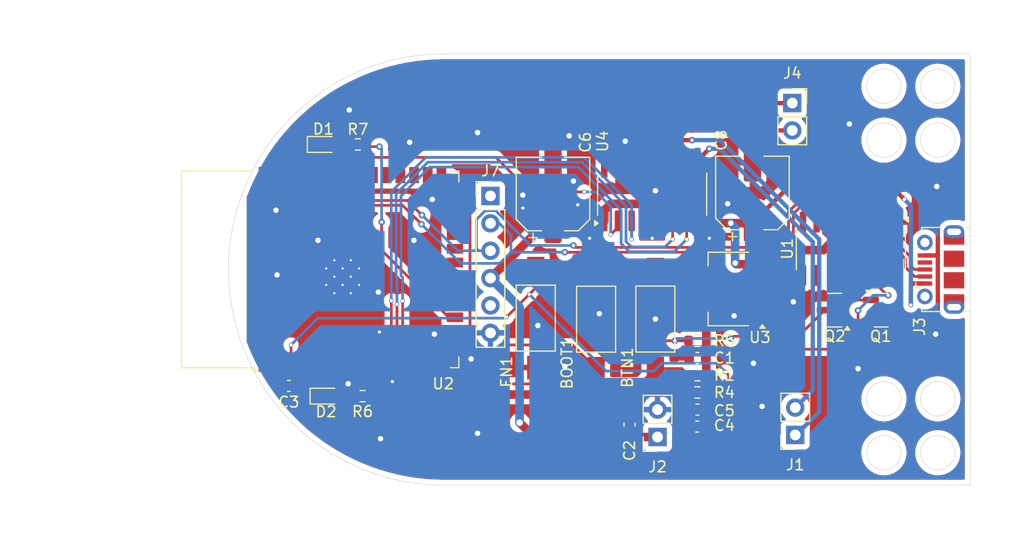
<source format=kicad_pcb>
(kicad_pcb (version 20240108) (generator "pcbnew") (generator_version "8.0")
  (layers (0 "F.Cu" signal) (31 "B.Cu" signal) (34 "B.Paste" user) (35 "F.Paste" user) (36 "B.SilkS" user "B.Silkscreen") (37 "F.SilkS" user "F.Silkscreen") (38 "B.Mask" user) (39 "F.Mask" user) (44 "Edge.Cuts" user))
  (net 0 "")
  (net 1 "GND")
  (net 2 "ESP32_IO0")
  (net 3 "BTN1")
  (net 4 "+3V3")
  (net 5 "+5V")
  (net 6 "ESP32_EN")
  (net 7 "Net-(D1-A)")
  (net 8 "Net-(D2-A)")
  (net 9 "Net-(J1-Pin_1)")
  (net 10 "Net-(J1-Pin_2)")
  (net 12 "D+")
  (net 13 "D-")
  (net 15 "Net-(J4-Pin_1)")
  (net 16 "Net-(J4-Pin_2)")
  (net 17 "Net-(Q1-G)")
  (net 18 "Net-(Q1-S)")
  (net 19 "Net-(U2-IO12)")
  (net 20 "Net-(U2-IO13)")
  (net 27 "RX-PROG")
  (net 29 "TX-PROG")
  (net 35 "DIN")
  (net 40 "SCL")
  (net 42 "BTN2")
  (net 47 "BTN3")
  (net 50 "SDA")
  (net 53 "MTR_L_2")
  (net 54 "MTR_L_1")
  (net 55 "MTR_R_1")
  (net 56 "MTR_R_2")
  (footprint "Button_Switch_SMD:SW_SPST_FSMSM" (layer "F.Cu") (at 175.8 89.6 90)
    (property "Reference" "BTN1")
    (property "Value" "SW_Push")
  )
  (footprint "Package_SO:SOIC-16_3.9x9.9mm_P1.27mm" (layer "F.Cu") (at 175.5 78.01 90)
    (property "Reference" "U4")
    (property "Value" "MX1508")
  )
  (footprint "Connector_PinSocket_2.54mm:PinSocket_1x02_P2.54mm_Vertical" (layer "F.Cu") (at 188.775 100.35 180)
    (property "Reference" "J1")
    (property "Value" "Conn_01x02")
  )
  (footprint "Connector_PinSocket_2.54mm:PinSocket_1x02_P2.54mm_Vertical" (layer "F.Cu") (at 188.5 69.56)
    (property "Reference" "J4")
    (property "Value" "Conn_01x02")
  )
  (footprint "Resistor_SMD:R_0603_1608Metric" (layer "F.Cu") (at 179.7 94.81 180)
    (property "Reference" "R1")
    (property "Value" "R_Small")
  )
  (footprint "Package_TO_SOT_SMD:SOT-223-3_TabPin2" (layer "F.Cu") (at 182.6 86.81 180)
    (property "Reference" "U3")
    (property "Value" "AMS1117-3.3")
  )
  (footprint "Package_TO_SOT_SMD:SOT-23" (layer "F.Cu") (at 196.735 88.775)
    (property "Reference" "Q1")
    (property "Value" "BSS138")
  )
  (footprint "Capacitor_SMD:C_0603_1608Metric" (layer "F.Cu") (at 179.7 93.21 180)
    (property "Reference" "C1")
    (property "Value" "C")
  )
  (footprint "Capacitor_SMD:C_0603_1608Metric" (layer "F.Cu") (at 179.680663 99.572375)
    (property "Reference" "C4")
    (property "Value" "C")
  )
  (footprint "Resistor_SMD:R_0603_1608Metric" (layer "F.Cu") (at 179.7 96.41)
    (property "Reference" "R4")
    (property "Value" "R_Small")
  )
  (footprint "Capacitor_SMD:C_0603_1608Metric" (layer "F.Cu") (at 141.8 95.8)
    (property "Reference" "C3")
    (property "Value" "C")
  )
  (footprint "Capacitor_SMD:CP_Elec_6.3x4.9" (layer "F.Cu") (at 184.8 77.9 90)
    (property "Reference" "C8")
    (property "Value" "C_Polarized_Small")
  )
  (footprint "Capacitor_SMD:C_0603_1608Metric" (layer "F.Cu") (at 173.4 99.4 90)
    (property "Reference" "C2")
    (property "Value" "C")
  )
  (footprint "LED_SMD:LED_0603_1608Metric" (layer "F.Cu") (at 145 73.4)
    (property "Reference" "D1")
    (property "Value" "LED")
  )
  (footprint "Resistor_SMD:R_0603_1608Metric" (layer "F.Cu") (at 148.6375 96.75 180)
    (property "Reference" "R6")
    (property "Value" "R_Small")
  )
  (footprint "Button_Switch_SMD:SW_SPST_FSMSM" (layer "F.Cu") (at 164.7 89.51 90)
    (property "Reference" "EN1")
    (property "Value" "SW_Push")
  )
  (footprint "Connector_PinHeader_2.54mm:PinHeader_1x06_P2.54mm_Vertical" (layer "F.Cu") (at 160.5 78.18)
    (property "Reference" "J7")
    (property "Value" "Conn_01x06")
  )
  (footprint "Connector_USB:USB_Micro-B_Molex-105017-0001" (layer "F.Cu") (at 202.2625 85 90)
    (property "Reference" "J3")
    (property "Value" "USB_B_Micro")
  )
  (footprint "LED_SMD:LED_0603_1608Metric" (layer "F.Cu") (at 145.25 96.75)
    (property "Reference" "D2")
    (property "Value" "LED")
  )
  (footprint "Capacitor_SMD:C_0603_1608Metric" (layer "F.Cu") (at 179.7 98 180)
    (property "Reference" "C5")
    (property "Value" "C")
  )
  (footprint "Package_TO_SOT_SMD:SOT-23" (layer "F.Cu") (at 192.435 88.775 180)
    (property "Reference" "Q2")
    (property "Value" "BSS138")
  )
  (footprint "Button_Switch_SMD:SW_SPST_FSMSM" (layer "F.Cu") (at 170.3 89.61 90)
    (property "Reference" "BOOT1")
    (property "Value" "SW_Push")
  )
  (footprint "Resistor_SMD:R_0603_1608Metric" (layer "F.Cu") (at 179.7 91.61 180)
    (property "Reference" "R5")
    (property "Value" "R_Small")
  )
  (footprint "Capacitor_SMD:CP_Elec_6.3x4.9" (layer "F.Cu") (at 166.3 78 90)
    (property "Reference" "C6")
    (property "Value" "C_Polarized_Small")
  )
  (footprint "Package_SO:SOIC-16_3.9x9.9mm_P1.27mm" (layer "F.Cu") (at 193.935 83.075 -90)
    (property "Reference" "U1")
    (property "Value" "CH340C")
  )
  (footprint "Connector_PinSocket_2.54mm:PinSocket_1x02_P2.54mm_Vertical" (layer "F.Cu") (at 176 100.54 180)
    (property "Reference" "J2")
    (property "Value" "Conn_01x02")
  )
  (footprint "RF_Module:ESP32-WROOM-32" (layer "F.Cu") (at 147.69 84.99 90)
    (property "Reference" "U2")
    (property "Value" "ESP32-WROOM-32")
  )
  (footprint "Resistor_SMD:R_0603_1608Metric" (layer "F.Cu") (at 148.2 73.4 180)
    (property "Reference" "R7")
    (property "Value" "R_Small")
  )
  (gr_line (start 205 105) (end 156.2 105) (stroke (width 0.05)) (layer "Edge.Cuts"))
  (gr_arc (start 156.2 105) (mid 136.2 85) (end 156.2 65) (stroke (width 0.05)) (layer "Edge.Cuts"))
  (gr_line (start 205 65) (end 205 105) (stroke (width 0.05)) (layer "Edge.Cuts"))
  (gr_circle (center 197 68) (end 198.6 68) (stroke (width 0.05)) (fill none) (layer "Edge.Cuts"))
  (gr_circle (center 202 73) (end 203.6 73) (stroke (width 0.05)) (fill none) (layer "Edge.Cuts"))
  (gr_circle (center 202 102) (end 203.6 102) (stroke (width 0.05)) (fill none) (layer "Edge.Cuts"))
  (gr_circle (center 197 73) (end 198.6 73) (stroke (width 0.05)) (fill none) (layer "Edge.Cuts"))
  (gr_circle (center 197 102) (end 198.6 102) (stroke (width 0.05)) (fill none) (layer "Edge.Cuts"))
  (gr_circle (center 202 97) (end 203.6 97) (stroke (width 0.05)) (fill none) (layer "Edge.Cuts"))
  (gr_line (start 156.2 65) (end 205 65) (stroke (width 0.05)) (layer "Edge.Cuts"))
  (gr_circle (center 202 68) (end 203.6 68) (stroke (width 0.05)) (fill none) (layer "Edge.Cuts"))
  (gr_circle (center 197 97) (end 198.6 97) (stroke (width 0.05)) (fill none) (layer "Edge.Cuts"))
  (segment (start 202 83.6) (end 202 80) (width 0.4) (layer "F.Cu") (net 1))
  (segment (start 201.9 83.7) (end 202 83.6) (width 0.4) (layer "F.Cu") (net 1))
  (segment (start 178.925 98) (end 178.925 98.041712) (width 0.25) (layer "F.Cu") (net 1))
  (segment (start 178.925 98.041712) (end 180.455663 99.572375) (width 0.25) (layer "F.Cu") (net 1))
  (segment (start 202 83.6) (end 202 89.2) (width 0.4) (layer "F.Cu") (net 1))
  (segment (start 200.8 83.7) (end 201.9 83.7) (width 0.4) (layer "F.Cu") (net 1))
  (via (at 153 73.2) (size 0.6) (drill 0.5) (layers "F.Cu" "B.Cu") (net 1))
  (via (at 175.8 89.6) (size 0.6) (drill 0.5) (layers "F.Cu" "B.Cu") (net 1))
  (via (at 170.6 89.1) (size 0.6) (drill 0.5) (layers "F.Cu" "B.Cu") (net 1))
  (via (at 167.8 72.6) (size 0.6) (drill 0.5) (layers "F.Cu" "B.Cu") (net 1))
  (via (at 140.7 85.5) (size 0.6) (drill 0.5) (layers "F.Cu" "B.Cu") (net 1))
  (via (at 158.7 93.3) (size 0.6) (drill 0.5) (layers "F.Cu" "B.Cu") (net 1))
  (via (at 193.8 71.5) (size 0.6) (drill 0.5) (layers "F.Cu" "B.Cu") (net 1))
  (via (at 144.5 82.3) (size 0.6) (drill 0.5) (layers "F.Cu" "B.Cu") (net 1))
  (via (at 159.3 72.3) (size 0.6) (drill 0.5) (layers "F.Cu" "B.Cu") (net 1))
  (via (at 150.2 90.8) (size 0.4) (drill 0.3) (layers "F.Cu" "B.Cu") (net 1))
  (via (at 173 73.1) (size 0.6) (drill 0.5) (layers "F.Cu" "B.Cu") (net 1))
  (via (at 183.1 89.3) (size 0.6) (drill 0.5) (layers "F.Cu" "B.Cu") (net 1))
  (via (at 182.5 78.9) (size 0.6) (drill 0.5) (layers "F.Cu" "B.Cu") (net 1))
  (via (at 147.4 70.2) (size 0.6) (drill 0.5) (layers "F.Cu" "B.Cu") (net 1))
  (via (at 167.4 94) (size 0.6) (drill 0.5) (layers "F.Cu" "B.Cu") (net 1))
  (via (at 175.8 77.7) (size 0.6) (drill 0.5) (layers "F.Cu" "B.Cu") (net 1))
  (via (at 150.3 100.7) (size 0.6) (drill 0.5) (layers "F.Cu" "B.Cu") (net 1))
  (via (at 151.4 95.4) (size 0.4) (drill 0.3) (layers "F.Cu" "B.Cu") (net 1))
  (via (at 169.7 82.1) (size 0.4) (drill 0.3) (layers "F.Cu" "B.Cu") (net 1))
  (via (at 188.6 88) (size 0.6) (drill 0.5) (layers "F.Cu" "B.Cu") (net 1))
  (via (at 155.3 91) (size 0.6) (drill 0.5) (layers "F.Cu" "B.Cu") (net 1))
  (via (at 159.3 100.2) (size 0.6) (drill 0.5) (layers "F.Cu" "B.Cu") (net 1))
  (via (at 155.1 78.5) (size 0.6) (drill 0.5) (layers "F.Cu" "B.Cu") (net 1))
  (via (at 184.9 93.7) (size 0.6) (drill 0.5) (layers "F.Cu" "B.Cu") (net 1))
  (via (at 163.5 78.1) (size 0.6) (drill 0.5) (layers "F.Cu" "B.Cu") (net 1))
  (via (at 185.7 97.7) (size 0.6) (drill 0.5) (layers "F.Cu" "B.Cu") (net 1))
  (via (at 153.4 82.3) (size 0.6) (drill 0.5) (layers "F.Cu" "B.Cu") (net 1))
  (via (at 140.6 79.5) (size 0.6) (drill 0.5) (layers "F.Cu" "B.Cu") (net 1))
  (via (at 194.6 94.2) (size 0.6) (drill 0.5) (layers "F.Cu" "B.Cu") (net 1))
  (via (at 173.6 93.8) (size 0.6) (drill 0.3) (layers "F.Cu" "B.Cu") (net 1))
  (via (at 201.9 77.3) (size 0.6) (drill 0.5) (layers "F.Cu" "B.Cu") (net 1))
  (via (at 168.2 76.8) (size 0.6) (drill 0.5) (layers "F.Cu" "B.Cu") (net 1))
  (via (at 164.9 90.2) (size 0.6) (drill 0.5) (layers "F.Cu" "B.Cu") (net 1))
  (via (at 147.3 95.6) (size 0.6) (drill 0.5) (layers "F.Cu" "B.Cu") (net 1))
  (via (at 168.6 79) (size 0.4) (drill 0.3) (layers "F.Cu" "B.Cu") (net 1))
  (via (at 180.8 82.1) (size 0.4) (drill 0.3) (layers "F.Cu" "B.Cu") (net 1))
  (via (at 150.1 87.1) (size 0.6) (drill 0.5) (layers "F.Cu" "B.Cu") (net 1))
  (via (at 163.5 79.3) (size 0.4) (drill 0.3) (layers "F.Cu" "B.Cu") (net 1))
  (via (at 201.8 91) (size 0.6) (drill 0.5) (layers "F.Cu" "B.Cu") (net 1))
  (via (at 175.5 82.1) (size 0.4) (drill 0.3) (layers "F.Cu" "B.Cu") (net 1))
  (segment (start 157.8 76.8) (end 157.4 76.8) (width 0.25) (layer "F.Cu") (net 2))
  (segment (start 158.6 91.4) (end 158.6 77.6) (width 0.25) (layer "F.Cu") (net 2))
  (segment (start 156.84 76.24) (end 155.95 76.24) (width 0.25) (layer "F.Cu") (net 2))
  (segment (start 191.4975 88.775) (end 189.8725 90.4) (width 0.25) (layer "F.Cu") (net 2))
  (segment (start 159.8 92.6) (end 158.6 91.4) (width 0.25) (layer "F.Cu") (net 2))
  (segment (start 170.3 94.2) (end 168.1 92) (width 0.25) (layer "F.Cu") (net 2))
  (segment (start 161.4 92) (end 160.8 92.6) (width 0.25) (layer "F.Cu") (net 2))
  (segment (start 158.6 77.6) (end 157.8 76.8) (width 0.25) (layer "F.Cu") (net 2))
  (segment (start 189.8725 90.4) (end 189.0725 91.2) (width 0.25) (layer "F.Cu") (net 2))
  (segment (start 184 91.2) (end 183 91.2) (width 0.25) (layer "F.Cu") (net 2))
  (segment (start 157.4 76.8) (end 156.84 76.24) (width 0.25) (layer "F.Cu") (net 2))
  (segment (start 172.89 91.61) (end 170.3 94.2) (width 0.25) (layer "F.Cu") (net 2))
  (segment (start 178.875 91.61) (end 177.6 91.61) (width 0.25) (layer "F.Cu") (net 2))
  (segment (start 168.1 92) (end 161.4 92) (width 0.25) (layer "F.Cu") (net 2))
  (segment (start 177.6 91.61) (end 172.89 91.61) (width 0.25) (layer "F.Cu") (net 2))
  (segment (start 183 91.2) (end 182.8 91.4) (width 0.25) (layer "F.Cu") (net 2))
  (segment (start 160.8 92.6) (end 159.8 92.6) (width 0.25) (layer "F.Cu") (net 2))
  (segment (start 189.0725 91.2) (end 184 91.2) (width 0.25) (layer "F.Cu") (net 2))
  (via (at 182.8 91.4) (size 0.6) (drill 0.3) (layers "F.Cu" "B.Cu") (net 2))
  (via (at 177.6 91.61) (size 0.6) (drill 0.3) (layers "F.Cu" "B.Cu") (net 2))
  (segment (start 182.8 91.4) (end 177.81 91.4) (width 0.25) (layer "B.Cu") (net 2))
  (segment (start 177.81 91.4) (end 177.6 91.61) (width 0.25) (layer "B.Cu") (net 2))
  (segment (start 158.015 95.615) (end 156.8 94.4) (width 0.25) (layer "F.Cu") (net 3))
  (segment (start 156.46 92.4) (end 155.2 92.4) (width 0.25) (layer "F.Cu") (net 3))
  (segment (start 156.8 92.74) (end 156.46 92.4) (width 0.25) (layer "F.Cu") (net 3))
  (segment (start 175.8 94.19) (end 174.375 95.615) (width 0.25) (layer "F.Cu") (net 3))
  (segment (start 155.2 92.4) (end 154.68 92.92) (width 0.25) (layer "F.Cu") (net 3))
  (segment (start 156.8 94.4) (end 156.8 92.74) (width 0.25) (layer "F.Cu") (net 3))
  (segment (start 175.8 94.19) (end 178.255 94.19) (width 0.25) (layer "F.Cu") (net 3))
  (segment (start 178.255 94.19) (end 178.875 94.81) (width 0.25) (layer "F.Cu") (net 3))
  (segment (start 154.68 92.92) (end 154.68 93.74) (width 0.25) (layer "F.Cu") (net 3))
  (segment (start 174.375 95.615) (end 158.015 95.615) (width 0.25) (layer "F.Cu") (net 3))
  (segment (start 141.025 95.8) (end 141.025 96.593118) (width 0.8) (layer "F.Cu") (net 4))
  (segment (start 175.01 96.41) (end 177.8 96.41) (width 0.8) (layer "F.Cu") (net 4))
  (segment (start 178.905663 99.572375) (end 178.455663 99.572375) (width 0.8) (layer "F.Cu") (net 4))
  (segment (start 153.715305 98) (end 155.115305 96.6) (width 0.8) (layer "F.Cu") (net 4))
  (segment (start 180.525 91.61) (end 180.525 87.885) (width 0.8) (layer "F.Cu") (net 4))
  (segment (start 194.57 79.625001) (end 194.57 80.6) (width 0.25) (layer "F.Cu") (net 4))
  (segment (start 185.828858 86.81) (end 189.438858 83.2) (width 0.8) (layer "F.Cu") (net 4))
  (segment (start 180.525 91.61) (end 180.525 93.16) (width 0.8) (layer "F.Cu") (net 4))
  (segment (start 175 96.4) (end 175.01 96.41) (width 0.8) (layer "F.Cu") (net 4))
  (segment (start 140.71 95.485) (end 140.71 93.74) (width 0.8) (layer "F.Cu") (net 4))
  (segment (start 177.8 96.41) (end 178.875 96.41) (width 0.8) (layer "F.Cu") (net 4))
  (segment (start 185.75 86.81) (end 185.828858 86.81) (width 0.8) (layer "F.Cu") (net 4))
  (segment (start 141.025 96.593118) (end 142.431882 98) (width 0.8) (layer "F.Cu") (net 4))
  (segment (start 178.455663 99.572375) (end 177.8 98.916712) (width 0.8) (layer "F.Cu") (net 4))
  (segment (start 177.8 98.916712) (end 177.8 96.41) (width 0.8) (layer "F.Cu") (net 4))
  (segment (start 191.679092 79.3) (end 194.244999 79.3) (width 0.25) (layer "F.Cu") (net 4))
  (segment (start 180.525 93.16) (end 180.475 93.21) (width 0.8) (layer "F.Cu") (net 4))
  (segment (start 180.513088 94.81) (end 180.525 94.81) (width 0.8) (layer "F.Cu") (net 4))
  (segment (start 180.525 93.26) (end 180.475 93.21) (width 0.8) (layer "F.Cu") (net 4))
  (segment (start 189.438858 83.2) (end 191.4 83.2) (width 0.8) (layer "F.Cu") (net 4))
  (segment (start 191.4 81.620908) (end 191.4 79.579092) (width 0.25) (layer "F.Cu") (net 4))
  (segment (start 178.913088 96.41) (end 180.513088 94.81) (width 0.8) (layer "F.Cu") (net 4))
  (segment (start 198.38 85.55) (end 198.38 84.38) (width 0.25) (layer "F.Cu") (net 4))
  (segment (start 180.525 94.81) (end 180.525 93.26) (width 0.8) (layer "F.Cu") (net 4))
  (segment (start 155.115305 96.6) (end 174.8 96.6) (width 0.8) (layer "F.Cu") (net 4))
  (segment (start 174.8 96.6) (end 175 96.4) (width 0.8) (layer "F.Cu") (net 4))
  (segment (start 194.244999 79.3) (end 194.57 79.625001) (width 0.25) (layer "F.Cu") (net 4))
  (segment (start 142.431882 98) (end 153.715305 98) (width 0.8) (layer "F.Cu") (net 4))
  (segment (start 191.4 79.579092) (end 191.679092 79.3) (width 0.25) (layer "F.Cu") (net 4))
  (segment (start 198.38 84.38) (end 197.6 83.6) (width 0.25) (layer "F.Cu") (net 4))
  (segment (start 191.4 83.2) (end 192.014849 82.585151) (width 0.8) (layer "F.Cu") (net 4))
  (segment (start 178.875 96.41) (end 178.913088 96.41) (width 0.8) (layer "F.Cu") (net 4))
  (segment (start 141.025 95.8) (end 140.71 95.485) (width 0.8) (layer "F.Cu") (net 4))
  (segment (start 180.525 87.885) (end 179.45 86.81) (width 0.8) (layer "F.Cu") (net 4))
  (segment (start 193.379092 83.6) (end 191.4 81.620908) (width 0.25) (layer "F.Cu") (net 4))
  (segment (start 185.75 86.81) (end 179.45 86.81) (width 0.8) (layer "F.Cu") (net 4))
  (segment (start 197.6 83.6) (end 193.379092 83.6) (width 0.25) (layer "F.Cu") (net 4))
  (segment (start 176.135 79.715184) (end 176.940184 78.91) (width 0.8) (layer "F.Cu") (net 5))
  (segment (start 174.51 78.91) (end 174.865 79.265) (width 0.8) (layer "F.Cu") (net 5))
  (segment (start 173.765 100.54) (end 173.4 100.175) (width 0.8) (layer "F.Cu") (net 5))
  (segment (start 171.655001 78.91) (end 174.51 78.91) (width 0.8) (layer "F.Cu") (net 5))
  (segment (start 160.5 85.8) (end 165.5 80.8) (width 0.8) (layer "F.Cu") (net 5))
  (segment (start 180.16 80.7) (end 179.945 80.485) (width 0.8) (layer "F.Cu") (net 5))
  (segment (start 187.7 77.8) (end 184.8 80.7) (width 0.4) (layer "F.Cu") (net 5))
  (segment (start 199.5 86.5) (end 199.5 88.3) (width 0.4) (layer "F.Cu") (net 5))
  (segment (start 164.175 100.175) (end 163.2 99.2) (width 0.8) (layer "F.Cu") (net 5))
  (segment (start 174.865 80.485) (end 176.135 80.485) (width 0.8) (layer "F.Cu") (net 5))
  (segment (start 198.9 78.5) (end 198.2 77.8) (width 0.4) (layer "F.Cu") (net 5))
  (segment (start 200.8 86.3) (end 199.775 86.3) (width 0.4) (layer "F.Cu") (net 5))
  (segment (start 170.74 80.8) (end 171.055 80.485) (width 0.8) (layer "F.Cu") (net 5))
  (segment (start 171.055 80.485) (end 171.055 79.510001) (width 0.8) (layer "F.Cu") (net 5))
  (segment (start 165.5 80.8) (end 166.3 80.8) (width 0.8) (layer "F.Cu") (net 5))
  (segment (start 184.8 80.7) (end 182.8 80.7) (width 0.8) (layer "F.Cu") (net 5))
  (segment (start 176 100.54) (end 173.765 100.54) (width 0.8) (layer "F.Cu") (net 5))
  (segment (start 173.4 100.175) (end 164.175 100.175) (width 0.8) (layer "F.Cu") (net 5))
  (segment (start 185.75 84.51) (end 183.31 84.51) (width 0.8) (layer "F.Cu") (net 5))
  (segment (start 182.8 80.7) (end 180.16 80.7) (width 0.8) (layer "F.Cu") (net 5))
  (segment (start 176.940184 78.91) (end 179.51 78.91) (width 0.8) (layer "F.Cu") (net 5))
  (segment (start 199.775 86.3) (end 199.7 86.3) (width 0.4) (layer "F.Cu") (net 5))
  (segment (start 183.31 84.51) (end 183.2 84.4) (width 0.8) (layer "F.Cu") (net 5))
  (segment (start 171.055 79.510001) (end 171.655001 78.91) (width 0.8) (layer "F.Cu") (net 5))
  (segment (start 179.51 78.91) (end 179.945 79.345) (width 0.8) (layer "F.Cu") (net 5))
  (segment (start 174.865 79.265) (end 174.865 80.485) (width 0.8) (layer "F.Cu") (net 5))
  (segment (start 176.135 80.485) (end 176.135 79.715184) (width 0.8) (layer "F.Cu") (net 5))
  (segment (start 198.2 77.8) (end 187.7 77.8) (width 0.4) (layer "F.Cu") (net 5))
  (segment (start 166.3 80.8) (end 170.74 80.8) (width 0.8) (layer "F.Cu") (net 5))
  (segment (start 199.7 86.3) (end 199.5 86.5) (width 0.4) (layer "F.Cu") (net 5))
  (segment (start 179.945 79.345) (end 179.945 80.485) (width 0.8) (layer "F.Cu") (net 5))
  (via (at 198.9 78.5) (size 0.4) (drill 0.3) (layers "F.Cu" "B.Cu") (net 5))
  (via (at 163.2 99.2) (size 0.8) (drill 0.6) (layers "F.Cu" "B.Cu") (net 5))
  (via (at 183.2 84.4) (size 0.6) (drill 0.5) (layers "F.Cu" "B.Cu") (net 5))
  (via (at 199.5 88.3) (size 0.4) (drill 0.3) (layers "F.Cu" "B.Cu") (net 5))
  (via (at 182.8 80.7) (size 0.6) (drill 0.5) (layers "F.Cu" "B.Cu") (net 5))
  (segment (start 163.2 88.5) (end 160.5 85.8) (width 0.8) (layer "B.Cu") (net 5))
  (segment (start 199.5 79.1) (end 199.5 88.3) (width 0.4) (layer "B.Cu") (net 5))
  (segment (start 183.2 81.1) (end 182.8 80.7) (width 0.8) (layer "B.Cu") (net 5))
  (segment (start 198.9 78.5) (end 199.5 79.1) (width 0.4) (layer "B.Cu") (net 5))
  (segment (start 163.2 99.2) (end 163.2 88.5) (width 0.8) (layer "B.Cu") (net 5))
  (segment (start 183.2 84.4) (end 183.2 81.1) (width 0.8) (layer "B.Cu") (net 5))
  (segment (start 142 93.72) (end 141.98 93.74) (width 0.25) (layer "F.Cu") (net 6))
  (segment (start 182.6 96.41) (end 182.6 94.8) (width 0.25) (layer "F.Cu") (net 6))
  (segment (start 182.6 96.41) (end 184.79 96.41) (width 0.25) (layer "F.Cu") (net 6))
  (segment (start 180.475 96.46) (end 180.525 96.41) (width 0.25) (layer "F.Cu") (net 6))
  (segment (start 182.6 94.8) (end 182.3 94.5) (width 0.25) (layer "F.Cu") (net 6))
  (segment (start 164.1 87.3) (end 162 89.4) (width 0.25) (layer "F.Cu") (net 6))
  (segment (start 184.79 96.41) (end 188.8 92.4) (width 0.25) (layer "F.Cu") (net 6))
  (segment (start 180.525 96.41) (end 182.6 96.41) (width 0.25) (layer "F.Cu") (net 6))
  (segment (start 164.7 86.7) (end 164.1 87.3) (width 0.25) (layer "F.Cu") (net 6))
  (segment (start 180.475 98) (end 180.475 96.46) (width 0.25) (layer "F.Cu") (net 6))
  (segment (start 197.6725 91.3275) (end 197.6725 88.775) (width 0.25) (layer "F.Cu") (net 6))
  (segment (start 196.6 92.4) (end 197.6725 91.3275) (width 0.25) (layer "F.Cu") (net 6))
  (segment (start 164.7 84.92) (end 164.7 86.7) (width 0.25) (layer "F.Cu") (net 6))
  (segment (start 142 92) (end 142 93.72) (width 0.25) (layer "F.Cu") (net 6))
  (segment (start 188.8 92.4) (end 196.6 92.4) (width 0.25) (layer "F.Cu") (net 6))
  (via (at 182.3 94.5) (size 0.4) (drill 0.3) (layers "F.Cu" "B.Cu") (net 6))
  (via (at 162 89.4) (size 0.4) (drill 0.3) (layers "F.Cu" "B.Cu") (net 6))
  (via (at 142 92) (size 0.4) (drill 0.3) (layers "F.Cu" "B.Cu") (net 6))
  (via (at 164.1 87.3) (size 0.4) (drill 0.3) (layers "F.Cu" "B.Cu") (net 6))
  (segment (start 144.485 89.515) (end 142 92) (width 0.25) (layer "B.Cu") (net 6))
  (segment (start 175.675 94.425) (end 171.225 94.425) (width 0.25) (layer "B.Cu") (net 6))
  (segment (start 161.885 89.515) (end 144.485 89.515) (width 0.25) (layer "B.Cu") (net 6))
  (segment (start 162 89.4) (end 161.885 89.515) (width 0.25) (layer "B.Cu") (net 6))
  (segment (start 181.5 93.7) (end 176.4 93.7) (width 0.25) (layer "B.Cu") (net 6))
  (segment (start 176.4 93.7) (end 175.675 94.425) (width 0.25) (layer "B.Cu") (net 6))
  (segment (start 171.225 94.425) (end 164.1 87.3) (width 0.25) (layer "B.Cu") (net 6))
  (segment (start 182.3 94.5) (end 181.5 93.7) (width 0.25) (layer "B.Cu") (net 6))
  (segment (start 147.375 73.4) (end 145.7875 73.4) (width 0.25) (layer "F.Cu") (net 7))
  (segment (start 176.135 74.560001) (end 177.695001 73) (width 0.4) (layer "F.Cu") (net 9))
  (segment (start 177.695001 73) (end 179.2 73) (width 0.4) (layer "F.Cu") (net 9))
  (segment (start 176.135 75.535) (end 176.135 74.560001) (width 0.4) (layer "F.Cu") (net 9))
  (via (at 179.2 73) (size 0.6) (drill 0.3) (layers "F.Cu" "B.Cu") (net 9))
  (segment (start 191 82.2) (end 191 98.2) (width 0.4) (layer "B.Cu") (net 9))
  (segment (start 181.8 73) (end 191 82.2) (width 0.4) (layer "B.Cu") (net 9))
  (segment (start 179.2 73) (end 181.8 73) (width 0.4) (layer "B.Cu") (net 9))
  (segment (start 188.85 100.35) (end 188.775 100.35) (width 0.4) (layer "B.Cu") (net 9))
  (segment (start 191 98.2) (end 188.85 100.35) (width 0.4) (layer "B.Cu") (net 9))
  (segment (start 179.945 75.535) (end 179.945 74.655) (width 0.4) (layer "F.Cu") (net 10))
  (segment (start 179.945 74.655) (end 180.8 73.8) (width 0.4) (layer "F.Cu") (net 10))
  (via (at 180.8 73.8) (size 0.6) (drill 0.3) (layers "F.Cu" "B.Cu") (net 10))
  (segment (start 190.4 96.185) (end 188.775 97.81) (width 0.4) (layer "B.Cu") (net 10))
  (segment (start 180.8 73.8) (end 181.751472 73.8) (width 0.4) (layer "B.Cu") (net 10))
  (segment (start 181.751472 73.8) (end 190.4 82.448528) (width 0.4) (layer "B.Cu") (net 10))
  (segment (start 190.4 82.448528) (end 190.4 96.185) (width 0.4) (layer "B.Cu") (net 10))
  (segment (start 193.3 81.574999) (end 193.3 80.6) (width 0.25) (layer "F.Cu") (net 12))
  (segment (start 199.836396 85) (end 199.455 84.618604) (width 0.25) (layer "F.Cu") (net 12))
  (segment (start 199.455 83.818604) (end 198.036396 82.4) (width 0.25) (layer "F.Cu") (net 12))
  (segment (start 194.125001 82.4) (end 193.3 81.574999) (width 0.25) (layer "F.Cu") (net 12))
  (segment (start 198.036396 82.4) (end 194.125001 82.4) (width 0.25) (layer "F.Cu") (net 12))
  (segment (start 200.8 85) (end 199.836396 85) (width 0.25) (layer "F.Cu") (net 12))
  (segment (start 199.455 84.618604) (end 199.455 83.818604) (width 0.25) (layer "F.Cu") (net 12))
  (segment (start 199 84) (end 197.85 82.85) (width 0.25) (layer "F.Cu") (net 13))
  (segment (start 199.005 84.805) (end 199.005 84.524092) (width 0.25) (layer "F.Cu") (net 13))
  (segment (start 199 84.519092) (end 199 84) (width 0.25) (layer "F.Cu") (net 13))
  (segment (start 199.85 85.65) (end 199.005 84.805) (width 0.25) (layer "F.Cu") (net 13))
  (segment (start 200.8 85.65) (end 199.85 85.65) (width 0.25) (layer "F.Cu") (net 13))
  (segment (start 199.005 84.524092) (end 199 84.519092) (width 0.25) (layer "F.Cu") (net 13))
  (segment (start 193.305001 82.85) (end 192.03 81.574999) (width 0.25) (layer "F.Cu") (net 13))
  (segment (start 192.03 81.574999) (end 192.03 80.6) (width 0.25) (layer "F.Cu") (net 13))
  (segment (start 197.85 82.85) (end 193.305001 82.85) (width 0.25) (layer "F.Cu") (net 13))
  (segment (start 173.64 69.56) (end 188.5 69.56) (width 0.4) (layer "F.Cu") (net 15))
  (segment (start 171.055 72.145) (end 173.64 69.56) (width 0.4) (layer "F.Cu") (net 15))
  (segment (start 171.055 75.535) (end 171.055 72.145) (width 0.4) (layer "F.Cu") (net 15))
  (segment (start 174.865 72.535) (end 175.3 72.1) (width 0.4) (layer "F.Cu") (net 16))
  (segment (start 175.3 72.1) (end 188.5 72.1) (width 0.4) (layer "F.Cu") (net 16))
  (segment (start 174.865 75.535) (end 174.865 72.535) (width 0.4) (layer "F.Cu") (net 16))
  (segment (start 193.3725 87.825) (end 194.6 87.825) (width 0.25) (layer "F.Cu") (net 17))
  (segment (start 194.6 87.825) (end 195.7975 87.825) (width 0.25) (layer "F.Cu") (net 17))
  (segment (start 194.57 87.795) (end 194.6 87.825) (width 0.25) (layer "F.Cu") (net 17))
  (segment (start 194.57 85.55) (end 194.57 87.795) (width 0.25) (layer "F.Cu") (net 17))
  (segment (start 195.7975 89.725) (end 194.6 89.725) (width 0.25) (layer "F.Cu") (net 18))
  (segment (start 194.6 89.725) (end 193.3725 89.725) (width 0.25) (layer "F.Cu") (net 18))
  (segment (start 195.84 85.930908) (end 195.84 85.55) (width 0.25) (layer "F.Cu") (net 18))
  (segment (start 197.309092 87.4) (end 195.84 85.930908) (width 0.25) (layer "F.Cu") (net 18))
  (segment (start 194.6 89.725) (end 194.6 88.8) (width 0.25) (layer "F.Cu") (net 18))
  (segment (start 197.4 87.4) (end 197.309092 87.4) (width 0.25) (layer "F.Cu") (net 18))
  (via (at 197.4 87.4) (size 0.6) (drill 0.3) (layers "F.Cu" "B.Cu") (net 18))
  (via (at 194.6 88.8) (size 0.6) (drill 0.3) (layers "F.Cu" "B.Cu") (net 18))
  (segment (start 194.6 88.8) (end 196 87.4) (width 0.25) (layer "B.Cu") (net 18))
  (segment (start 196 87.4) (end 197.4 87.4) (width 0.25) (layer "B.Cu") (net 18))
  (segment (start 155.95 94.74) (end 155.95 93.74) (width 0.25) (layer "F.Cu") (net 19))
  (segment (start 149.4625 96.75) (end 153.94 96.75) (width 0.25) (layer "F.Cu") (net 19))
  (segment (start 153.94 96.75) (end 155.95 94.74) (width 0.25) (layer "F.Cu") (net 19))
  (segment (start 150.4 83.21) (end 150.4 80.6) (width 0.25) (layer "F.Cu") (net 20))
  (segment (start 156.62 89.43) (end 150.4 83.21) (width 0.25) (layer "F.Cu") (net 20))
  (segment (start 157.2 89.43) (end 156.62 89.43) (width 0.25) (layer "F.Cu") (net 20))
  (segment (start 150.2 73.6) (end 149.225 73.6) (width 0.25) (layer "F.Cu") (net 20))
  (segment (start 149.225 73.6) (end 149.025 73.4) (width 0.25) (layer "F.Cu") (net 20))
  (via (at 150.2 73.6) (size 0.6) (drill 0.3) (layers "F.Cu" "B.Cu") (net 20))
  (via (at 150.4 80.6) (size 0.6) (drill 0.3) (layers "F.Cu" "B.Cu") (net 20))
  (segment (start 150.4 73.8) (end 150.2 73.6) (width 0.25) (layer "B.Cu") (net 20))
  (segment (start 150.4 80.6) (end 150.4 73.8) (width 0.25) (layer "B.Cu") (net 20))
  (segment (start 189.639092 78.8) (end 188.6 79.839092) (width 0.25) (layer "F.Cu") (net 27))
  (segment (start 195.84 80.6) (end 195.84 79.625001) (width 0.25) (layer "F.Cu") (net 27))
  (segment (start 152.35 79.05) (end 145.06 79.05) (width 0.25) (layer "F.Cu") (net 27))
  (segment (start 183 83.4) (end 167.4 83.4) (width 0.25) (layer "F.Cu") (net 27))
  (segment (start 145.06 79.05) (end 143.25 77.24) (width 0.25) (layer "F.Cu") (net 27))
  (segment (start 195.84 79.625001) (end 195.014999 78.8) (width 0.25) (layer "F.Cu") (net 27))
  (segment (start 154.1 80.8) (end 152.35 79.05) (width 0.25) (layer "F.Cu") (net 27))
  (segment (start 187.2 83.4) (end 183 83.4) (width 0.25) (layer "F.Cu") (net 27))
  (segment (start 193.6 78.8) (end 189.639092 78.8) (width 0.25) (layer "F.Cu") (net 27))
  (segment (start 188.6 79.839092) (end 188.6 82) (width 0.25) (layer "F.Cu") (net 27))
  (segment (start 195.014999 78.8) (end 193.6 78.8) (width 0.25) (layer "F.Cu") (net 27))
  (segment (start 188.6 82) (end 187.2 83.4) (width 0.25) (layer "F.Cu") (net 27))
  (segment (start 143.25 77.24) (end 143.25 76.24) (width 0.25) (layer "F.Cu") (net 27))
  (via (at 167.4 83.4) (size 0.6) (drill 0.3) (layers "F.Cu" "B.Cu") (net 27))
  (via (at 154.1 80.8) (size 0.6) (drill 0.3) (layers "F.Cu" "B.Cu") (net 27))
  (segment (start 157.735 84.435) (end 161.365 84.435) (width 0.25) (layer "B.Cu") (net 27))
  (segment (start 162.4 81.8) (end 161.32 80.72) (width 0.25) (layer "B.Cu") (net 27))
  (segment (start 161.32 80.72) (end 160.5 80.72) (width 0.25) (layer "B.Cu") (net 27))
  (segment (start 162.4 83.4) (end 162.4 81.8) (width 0.25) (layer "B.Cu") (net 27))
  (segment (start 161.365 84.435) (end 162.4 83.4) (width 0.25) (layer "B.Cu") (net 27))
  (segment (start 167.4 83.4) (end 162.4 83.4) (width 0.25) (layer "B.Cu") (net 27))
  (segment (start 154.1 80.8) (end 157.735 84.435) (width 0.25) (layer "B.Cu") (net 27))
  (segment (start 168.6 82.95) (end 168.375 82.95) (width 0.25) (layer "F.Cu") (net 29))
  (segment (start 154.141942 79.958058) (end 152.783884 78.6) (width 0.25) (layer "F.Cu") (net 29))
  (segment (start 187.181802 82.781802) (end 187.013604 82.95) (width 0.25) (layer "F.Cu") (net 29))
  (segment (start 194.4 78.325) (end 189.477696 78.325) (width 0.25) (layer "F.Cu") (net 29))
  (segment (start 184 82.95) (end 168.6 82.95) (width 0.25) (layer "F.Cu") (net 29))
  (segment (start 187.013604 82.95) (end 184 82.95) (width 0.25) (layer "F.Cu") (net 29))
  (segment (start 189.477696 78.325) (end 188.15 79.652696) (width 0.25) (layer "F.Cu") (net 29))
  (segment (start 197.11 79.625001) (end 195.809999 78.325) (width 0.25) (layer "F.Cu") (net 29))
  (segment (start 144.52 77.873604) (end 144.52 76.24) (width 0.25) (layer "F.Cu") (net 29))
  (segment (start 195.809999 78.325) (end 194.4 78.325) (width 0.25) (layer "F.Cu") (net 29))
  (segment (start 152.783884 78.6) (end 145.246396 78.6) (width 0.25) (layer "F.Cu") (net 29))
  (segment (start 168.375 82.95) (end 168.2 82.775) (width 0.25) (layer "F.Cu") (net 29))
  (segment (start 188.15 79.652696) (end 188.15 79.8) (width 0.25) (layer "F.Cu") (net 29))
  (segment (start 197.11 80.6) (end 197.11 79.625001) (width 0.25) (layer "F.Cu") (net 29))
  (segment (start 145.246396 78.6) (end 144.52 77.873604) (width 0.25) (layer "F.Cu") (net 29))
  (segment (start 188.15 81.813604) (end 187.181802 82.781802) (width 0.25) (layer "F.Cu") (net 29))
  (segment (start 188.15 79.8) (end 188.15 81.813604) (width 0.25) (layer "F.Cu") (net 29))
  (via (at 168.2 82.775) (size 0.6) (drill 0.3) (layers "F.Cu" "B.Cu") (net 29))
  (via (at 154.141942 79.958058) (size 0.6) (drill 0.3) (layers "F.Cu" "B.Cu") (net 29))
  (segment (start 154.141942 79.958058) (end 154.158058 79.958058) (width 0.25) (layer "B.Cu") (net 29))
  (segment (start 160.013299 79.545) (end 159.2 80.358299) (width 0.25) (layer "B.Cu") (net 29))
  (segment (start 157.46 83.26) (end 159.4 83.26) (width 0.25) (layer "B.Cu") (net 29))
  (segment (start 159.2 83.06) (end 159.4 83.26) (width 0.25) (layer "B.Cu") (net 29))
  (segment (start 160.986701 79.545) (end 160.013299 79.545) (width 0.25) (layer "B.Cu") (net 29))
  (segment (start 159.2 80.358299) (end 159.2 83.06) (width 0.25) (layer "B.Cu") (net 29))
  (segment (start 164.216701 82.775) (end 160.986701 79.545) (width 0.25) (layer "B.Cu") (net 29))
  (segment (start 168.2 82.775) (end 164.216701 82.775) (width 0.25) (layer "B.Cu") (net 29))
  (segment (start 154.158058 79.958058) (end 157.46 83.26) (width 0.25) (layer "B.Cu") (net 29))
  (segment (start 159.4 83.26) (end 160.5 83.26) (width 0.25) (layer "B.Cu") (net 29))
  (segment (start 173.6 80.49) (end 173.595 80.485) (width 0.25) (layer "F.Cu") (net 53))
  (segment (start 151.3 92.1) (end 150.87 92.53) (width 0.25) (layer "F.Cu") (net 53))
  (segment (start 173.6 82.2) (end 173.6 80.49) (width 0.25) (layer "F.Cu") (net 53))
  (segment (start 150.87 92.53) (end 150.87 93.74) (width 0.25) (layer "F.Cu") (net 53))
  (segment (start 151.3 87.9) (end 151.3 92.1) (width 0.25) (layer "F.Cu") (net 53))
  (via (at 151.3 87.9) (size 0.4) (drill 0.3) (layers "F.Cu" "B.Cu") (net 53))
  (via (at 173.6 82.2) (size 0.4) (drill 0.3) (layers "F.Cu" "B.Cu") (net 53))
  (segment (start 173.6 79) (end 173.6 82.2) (width 0.25) (layer "B.Cu") (net 53))
  (segment (start 154.5 74.6) (end 169.2 74.6) (width 0.25) (layer "B.Cu") (net 53))
  (segment (start 169.2 74.6) (end 173.6 79) (width 0.25) (layer "B.Cu") (net 53))
  (segment (start 151.3 77.8) (end 154.5 74.6) (width 0.25) (layer "B.Cu") (net 53))
  (segment (start 151.3 87.9) (end 151.3 77.8) (width 0.25) (layer "B.Cu") (net 53))
  (segment (start 161 74.6) (end 141.35 74.6) (width 0.25) (layer "F.Cu") (net 54))
  (segment (start 171.658058 81.758058) (end 172.325 81.091116) (width 0.25) (layer "F.Cu") (net 54))
  (segment (start 140.71 75.24) (end 140.71 76.24) (width 0.25) (layer "F.Cu") (net 54))
  (segment (start 141.35 74.6) (end 140.71 75.24) (width 0.25) (layer "F.Cu") (net 54))
  (segment (start 172.325 81.091116) (end 172.325 80.485) (width 0.25) (layer "F.Cu") (net 54))
  (segment (start 164.2 77.8) (end 161 74.6) (width 0.25) (layer "F.Cu") (net 54))
  (segment (start 169.2 77.8) (end 164.2 77.8) (width 0.25) (layer "F.Cu") (net 54))
  (via (at 171.658058 81.758058) (size 0.4) (drill 0.3) (layers "F.Cu" "B.Cu") (net 54))
  (via (at 169.2 77.8) (size 0.4) (drill 0.3) (layers "F.Cu" "B.Cu") (net 54))
  (segment (start 170.3 77.8) (end 171.658058 79.158058) (width 0.25) (layer "B.Cu") (net 54))
  (segment (start 169.2 77.8) (end 170.3 77.8) (width 0.25) (layer "B.Cu") (net 54))
  (segment (start 171.658058 79.158058) (end 171.658058 81.758058) (width 0.25) (layer "B.Cu") (net 54))
  (segment (start 177.4 82.2) (end 177.4 80.49) (width 0.25) (layer "F.Cu") (net 55))
  (segment (start 152.14 92.438859) (end 152.14 93.74) (width 0.25) (layer "F.Cu") (net 55))
  (segment (start 177.4 80.49) (end 177.405 80.485) (width 0.25) (layer "F.Cu") (net 55))
  (segment (start 151.825 92.123859) (end 152.14 92.438859) (width 0.25) (layer "F.Cu") (net 55))
  (segment (start 151.825 88.232821) (end 151.825 92.123859) (width 0.25) (layer "F.Cu") (net 55))
  (via (at 177.4 82.2) (size 0.4) (drill 0.3) (layers "F.Cu" "B.Cu") (net 55))
  (via (at 151.825 88.232821) (size 0.4) (drill 0.3) (layers "F.Cu" "B.Cu") (net 55))
  (segment (start 176.7 82.9) (end 173.557537 82.9) (width 0.25) (layer "B.Cu") (net 55))
  (segment (start 169.013604 75.05) (end 154.686396 75.05) (width 0.25) (layer "B.Cu") (net 55))
  (segment (start 173.075 82.417463) (end 173.075 79.111396) (width 0.25) (layer "B.Cu") (net 55))
  (segment (start 151.75 85.75) (end 151.825 85.825) (width 0.25) (layer "B.Cu") (net 55))
  (segment (start 154.686396 75.05) (end 151.75 77.986396) (width 0.25) (layer "B.Cu") (net 55))
  (segment (start 177.4 82.2) (end 176.7 82.9) (width 0.25) (layer "B.Cu") (net 55))
  (segment (start 151.75 77.986396) (end 151.75 85.75) (width 0.25) (layer "B.Cu") (net 55))
  (segment (start 173.557537 82.9) (end 173.075 82.417463) (width 0.25) (layer "B.Cu") (net 55))
  (segment (start 173.075 79.111396) (end 169.013604 75.05) (width 0.25) (layer "B.Cu") (net 55))
  (segment (start 151.825 85.825) (end 151.825 88.232821) (width 0.25) (layer "B.Cu") (net 55))
  (segment (start 153.41 92.71) (end 153.41 93.073884) (width 0.25) (layer "F.Cu") (net 56))
  (segment (start 178.7 82.2) (end 178.7 80.51) (width 0.25) (layer "F.Cu") (net 56))
  (segment (start 152.35 91.65) (end 153.41 92.71) (width 0.25) (layer "F.Cu") (net 56))
  (segment (start 152.35 87.916341) (end 152.35 91.65) (width 0.25) (layer "F.Cu") (net 56))
  (segment (start 178.7 80.51) (end 178.675 80.485) (width 0.25) (layer "F.Cu") (net 56))
  (via (at 152.35 87.916341) (size 0.4) (drill 0.3) (layers "F.Cu" "B.Cu") (net 56))
  (via (at 178.7 82.2) (size 0.4) (drill 0.3) (layers "F.Cu" "B.Cu") (net 56))
  (segment (start 152.2 85.563604) (end 152.35 85.713604) (width 0.25) (layer "B.Cu") (net 56))
  (segment (start 172.625 82.603859) (end 172.625 79.488604) (width 0.25) (layer "B.Cu") (net 56))
  (segment (start 152.2 78.172792) (end 152.2 85.563604) (width 0.25) (layer "B.Cu") (net 56))
  (segment (start 177.55 83.35) (end 173.371141 83.35) (width 0.25) (layer "B.Cu") (net 56))
  (segment (start 172.625 79.488604) (end 168.636396 75.5) (width 0.25) (layer "B.Cu") (net 56))
  (segment (start 152.35 85.713604) (end 152.35 87.916341) (width 0.25) (layer "B.Cu") (net 56))
  (segment (start 168.636396 75.5) (end 154.872792 75.5) (width 0.25) (layer "B.Cu") (net 56))
  (segment (start 178.7 82.2) (end 177.55 83.35) (width 0.25) (layer "B.Cu") (net 56))
  (segment (start 173.371141 83.35) (end 172.625 82.603859) (width 0.25) (layer "B.Cu") (net 56))
  (segment (start 154.872792 75.5) (end 152.2 78.172792) (width 0.25) (layer "B.Cu") (net 56))
  (zone (net 1) (net_name "GND") (layers "F&B.Cu") (connect_pads (clearance 0.5)) (min_thickness 0.25) (fill yes (thermal_gap 0.5) (thermal_bridge_width 0.5))
    (polygon (pts (xy 210 110) (xy 210 60) (xy 115 60) (xy 115 110)))
  )
)
</source>
